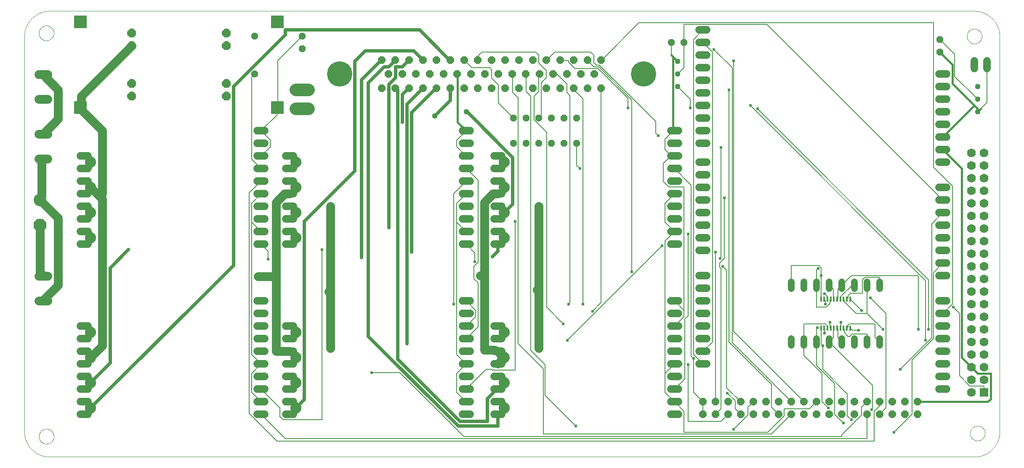
<source format=gbl>
G04 EAGLE Gerber RS-274X export*
G75*
%MOMM*%
%FSLAX34Y34*%
%LPD*%
%INBottom Copper*%
%IPPOS*%
%AMOC8*
5,1,8,0,0,1.08239X$1,22.5*%
G01*
%ADD10C,0.000000*%
%ADD11C,2.540000*%
%ADD12P,2.749271X8X292.500000*%
%ADD13P,1.429621X8X112.500000*%
%ADD14P,1.649562X8X202.500000*%
%ADD15C,5.080000*%
%ADD16C,1.790700*%
%ADD17C,1.524000*%
%ADD18P,1.649562X8X22.500000*%
%ADD19R,1.778000X1.778000*%
%ADD20C,1.778000*%
%ADD21R,0.304800X0.990600*%
%ADD22C,1.117600*%
%ADD23P,1.429621X8X292.500000*%
%ADD24C,1.320800*%
%ADD25C,2.552700*%
%ADD26P,1.924489X8X22.500000*%
%ADD27R,2.500000X2.500000*%
%ADD28C,2.250000*%
%ADD29P,1.429621X8X202.500000*%
%ADD30C,1.778000*%
%ADD31C,0.609600*%
%ADD32C,0.406400*%
%ADD33C,0.203200*%
%ADD34C,0.635000*%
%ADD35C,1.125000*%
%ADD36C,0.152400*%


D10*
X51000Y-3050D02*
X1911350Y-3050D01*
X1912578Y-3035D01*
X1913804Y-2991D01*
X1915030Y-2917D01*
X1916253Y-2813D01*
X1917473Y-2680D01*
X1918690Y-2517D01*
X1919903Y-2325D01*
X1921110Y-2104D01*
X1922312Y-1853D01*
X1923507Y-1574D01*
X1924696Y-1266D01*
X1925876Y-929D01*
X1927048Y-564D01*
X1928211Y-170D01*
X1929364Y251D01*
X1930506Y700D01*
X1931638Y1177D01*
X1932757Y1681D01*
X1933864Y2212D01*
X1934958Y2769D01*
X1936038Y3352D01*
X1937104Y3962D01*
X1938154Y4597D01*
X1939189Y5257D01*
X1940208Y5942D01*
X1941209Y6652D01*
X1942194Y7385D01*
X1943160Y8143D01*
X1944108Y8923D01*
X1945037Y9726D01*
X1945946Y10551D01*
X1946834Y11398D01*
X1947702Y12266D01*
X1948549Y13154D01*
X1949374Y14063D01*
X1950177Y14992D01*
X1950957Y15940D01*
X1951715Y16906D01*
X1952448Y17891D01*
X1953158Y18892D01*
X1953843Y19911D01*
X1954503Y20946D01*
X1955138Y21996D01*
X1955748Y23062D01*
X1956331Y24142D01*
X1956888Y25236D01*
X1957419Y26343D01*
X1957923Y27462D01*
X1958400Y28594D01*
X1958849Y29736D01*
X1959270Y30889D01*
X1959664Y32052D01*
X1960029Y33224D01*
X1960366Y34404D01*
X1960674Y35593D01*
X1960953Y36788D01*
X1961204Y37990D01*
X1961425Y39197D01*
X1961617Y40410D01*
X1961780Y41627D01*
X1961913Y42847D01*
X1962017Y44070D01*
X1962091Y45296D01*
X1962135Y46522D01*
X1962150Y47750D01*
X1962150Y844550D01*
X1962135Y845778D01*
X1962091Y847004D01*
X1962017Y848230D01*
X1961913Y849453D01*
X1961780Y850673D01*
X1961617Y851890D01*
X1961425Y853103D01*
X1961204Y854310D01*
X1960953Y855512D01*
X1960674Y856707D01*
X1960366Y857896D01*
X1960029Y859076D01*
X1959664Y860248D01*
X1959270Y861411D01*
X1958849Y862564D01*
X1958400Y863706D01*
X1957923Y864838D01*
X1957419Y865957D01*
X1956888Y867064D01*
X1956331Y868158D01*
X1955748Y869238D01*
X1955138Y870304D01*
X1954503Y871354D01*
X1953843Y872389D01*
X1953158Y873408D01*
X1952448Y874409D01*
X1951715Y875394D01*
X1950957Y876360D01*
X1950177Y877308D01*
X1949374Y878237D01*
X1948549Y879146D01*
X1947702Y880034D01*
X1946834Y880902D01*
X1945946Y881749D01*
X1945037Y882574D01*
X1944108Y883377D01*
X1943160Y884157D01*
X1942194Y884915D01*
X1941209Y885648D01*
X1940208Y886358D01*
X1939189Y887043D01*
X1938154Y887703D01*
X1937104Y888338D01*
X1936038Y888948D01*
X1934958Y889531D01*
X1933864Y890088D01*
X1932757Y890619D01*
X1931638Y891123D01*
X1930506Y891600D01*
X1929364Y892049D01*
X1928211Y892470D01*
X1927048Y892864D01*
X1925876Y893229D01*
X1924696Y893566D01*
X1923507Y893874D01*
X1922312Y894153D01*
X1921110Y894404D01*
X1919903Y894625D01*
X1918690Y894817D01*
X1917473Y894980D01*
X1916253Y895113D01*
X1915030Y895217D01*
X1913804Y895291D01*
X1912578Y895335D01*
X1911350Y895350D01*
X51000Y895350D01*
X49772Y895335D01*
X48546Y895291D01*
X47320Y895217D01*
X46097Y895113D01*
X44877Y894980D01*
X43660Y894817D01*
X42447Y894625D01*
X41240Y894404D01*
X40038Y894153D01*
X38843Y893874D01*
X37654Y893566D01*
X36474Y893229D01*
X35302Y892864D01*
X34139Y892470D01*
X32986Y892049D01*
X31844Y891600D01*
X30712Y891123D01*
X29593Y890619D01*
X28486Y890088D01*
X27392Y889531D01*
X26312Y888948D01*
X25246Y888338D01*
X24196Y887703D01*
X23161Y887043D01*
X22142Y886358D01*
X21141Y885648D01*
X20156Y884915D01*
X19190Y884157D01*
X18242Y883377D01*
X17313Y882574D01*
X16404Y881749D01*
X15516Y880902D01*
X14648Y880034D01*
X13801Y879146D01*
X12976Y878237D01*
X12173Y877308D01*
X11393Y876360D01*
X10635Y875394D01*
X9902Y874409D01*
X9192Y873408D01*
X8507Y872389D01*
X7847Y871354D01*
X7212Y870304D01*
X6602Y869238D01*
X6019Y868158D01*
X5462Y867064D01*
X4931Y865957D01*
X4427Y864838D01*
X3950Y863706D01*
X3501Y862564D01*
X3080Y861411D01*
X2686Y860248D01*
X2321Y859076D01*
X1984Y857896D01*
X1676Y856707D01*
X1397Y855512D01*
X1146Y854310D01*
X925Y853103D01*
X733Y851890D01*
X570Y850673D01*
X437Y849453D01*
X333Y848230D01*
X259Y847004D01*
X215Y845778D01*
X200Y844550D01*
X200Y47750D01*
X215Y46522D01*
X259Y45296D01*
X333Y44070D01*
X437Y42847D01*
X570Y41627D01*
X733Y40410D01*
X925Y39197D01*
X1146Y37990D01*
X1397Y36788D01*
X1676Y35593D01*
X1984Y34404D01*
X2321Y33224D01*
X2686Y32052D01*
X3080Y30889D01*
X3501Y29736D01*
X3950Y28594D01*
X4427Y27462D01*
X4931Y26343D01*
X5462Y25236D01*
X6019Y24142D01*
X6602Y23062D01*
X7212Y21996D01*
X7847Y20946D01*
X8507Y19911D01*
X9192Y18892D01*
X9902Y17891D01*
X10635Y16906D01*
X11393Y15940D01*
X12173Y14992D01*
X12976Y14063D01*
X13801Y13154D01*
X14648Y12266D01*
X15516Y11398D01*
X16404Y10551D01*
X17313Y9726D01*
X18242Y8923D01*
X19190Y8143D01*
X20156Y7385D01*
X21141Y6652D01*
X22142Y5942D01*
X23161Y5257D01*
X24196Y4597D01*
X25246Y3962D01*
X26312Y3352D01*
X27392Y2769D01*
X28486Y2212D01*
X29593Y1681D01*
X30712Y1177D01*
X31844Y700D01*
X32986Y251D01*
X34139Y-170D01*
X35302Y-564D01*
X36474Y-929D01*
X37654Y-1266D01*
X38843Y-1574D01*
X40038Y-1853D01*
X41240Y-2104D01*
X42447Y-2325D01*
X43660Y-2517D01*
X44877Y-2680D01*
X46097Y-2813D01*
X47320Y-2917D01*
X48546Y-2991D01*
X49772Y-3035D01*
X51000Y-3050D01*
D11*
X31750Y514350D03*
D12*
X31750Y463550D03*
D13*
X984250Y628650D03*
X984250Y679450D03*
X1009650Y628650D03*
X1009650Y679450D03*
X1035050Y628650D03*
X1035050Y679450D03*
X1085850Y628650D03*
X1085850Y679450D03*
X1060450Y628650D03*
X1060450Y679450D03*
X1111250Y628650D03*
X1111250Y679450D03*
D14*
X1160526Y796798D03*
X1133094Y796798D03*
X1105408Y796798D03*
X1077722Y796798D03*
X1050290Y796798D03*
X1022604Y796798D03*
X994918Y796798D03*
X967486Y796798D03*
X939800Y796798D03*
X912114Y796798D03*
X884682Y796798D03*
X856996Y796798D03*
X1146810Y768350D03*
X1119124Y768350D03*
X1091692Y768350D03*
X1064006Y768350D03*
X1036320Y768350D03*
X1008888Y768350D03*
X981202Y768350D03*
X953516Y768350D03*
X926084Y768350D03*
X898398Y768350D03*
X870712Y768350D03*
X829310Y796798D03*
X801878Y796798D03*
X774192Y796798D03*
X746506Y796798D03*
X843280Y768350D03*
X815594Y768350D03*
X787908Y768350D03*
X760476Y768350D03*
X719074Y796798D03*
X732790Y768350D03*
X1160526Y739902D03*
X1133094Y739902D03*
X1105408Y739902D03*
X1077722Y739902D03*
X1050290Y739902D03*
X1022604Y739902D03*
X994918Y739902D03*
X967486Y739902D03*
X939800Y739902D03*
X912114Y739902D03*
X884682Y739902D03*
X856996Y739902D03*
X829310Y739902D03*
X801878Y739902D03*
X774192Y739902D03*
X746506Y739902D03*
X719074Y739902D03*
D15*
X634238Y768350D03*
X1245362Y768350D03*
D16*
X47054Y597300D02*
X29147Y597300D01*
X29147Y647300D02*
X47054Y647300D01*
D17*
X1840230Y717550D02*
X1855470Y717550D01*
X1855470Y692150D02*
X1840230Y692150D01*
X1840230Y666750D02*
X1855470Y666750D01*
X1855470Y641350D02*
X1840230Y641350D01*
X1840230Y615950D02*
X1855470Y615950D01*
X1855470Y590550D02*
X1840230Y590550D01*
X1840230Y539750D02*
X1855470Y539750D01*
X1855470Y514350D02*
X1840230Y514350D01*
X1840230Y488950D02*
X1855470Y488950D01*
X1855470Y463550D02*
X1840230Y463550D01*
X1840230Y438150D02*
X1855470Y438150D01*
X1855470Y412750D02*
X1840230Y412750D01*
X1840230Y387350D02*
X1855470Y387350D01*
X1855470Y361950D02*
X1840230Y361950D01*
X1840230Y311150D02*
X1855470Y311150D01*
X1855470Y285750D02*
X1840230Y285750D01*
X1840230Y260350D02*
X1855470Y260350D01*
X1855470Y234950D02*
X1840230Y234950D01*
X1840230Y209550D02*
X1855470Y209550D01*
X1855470Y184150D02*
X1840230Y184150D01*
X1840230Y158750D02*
X1855470Y158750D01*
X1855470Y133350D02*
X1840230Y133350D01*
X1372870Y184150D02*
X1357630Y184150D01*
X1357630Y209550D02*
X1372870Y209550D01*
X1372870Y234950D02*
X1357630Y234950D01*
X1357630Y260350D02*
X1372870Y260350D01*
X1372870Y285750D02*
X1357630Y285750D01*
X1357630Y311150D02*
X1372870Y311150D01*
X1372870Y336550D02*
X1357630Y336550D01*
X1357630Y361950D02*
X1372870Y361950D01*
X1372870Y412750D02*
X1357630Y412750D01*
X1357630Y438150D02*
X1372870Y438150D01*
X1372870Y463550D02*
X1357630Y463550D01*
X1357630Y488950D02*
X1372870Y488950D01*
X1372870Y514350D02*
X1357630Y514350D01*
X1357630Y539750D02*
X1372870Y539750D01*
X1372870Y565150D02*
X1357630Y565150D01*
X1357630Y590550D02*
X1372870Y590550D01*
X1372870Y628650D02*
X1357630Y628650D01*
X1357630Y654050D02*
X1372870Y654050D01*
X1372870Y679450D02*
X1357630Y679450D01*
X1357630Y704850D02*
X1372870Y704850D01*
X1372870Y730250D02*
X1357630Y730250D01*
X1357630Y755650D02*
X1372870Y755650D01*
X1372870Y781050D02*
X1357630Y781050D01*
X1357630Y806450D02*
X1372870Y806450D01*
D18*
X1365250Y107950D03*
X1365250Y82550D03*
X1390650Y107950D03*
X1390650Y82550D03*
X1416050Y107950D03*
X1416050Y82550D03*
X1441450Y107950D03*
X1441450Y82550D03*
X1466850Y107950D03*
X1466850Y82550D03*
X1492250Y107950D03*
X1492250Y82550D03*
X1517650Y107950D03*
X1517650Y82550D03*
X1543050Y107950D03*
X1543050Y82550D03*
X1568450Y107950D03*
X1568450Y82550D03*
X1593850Y107950D03*
X1593850Y82550D03*
X1619250Y107950D03*
X1619250Y82550D03*
X1644650Y107950D03*
X1644650Y82550D03*
X1670050Y107950D03*
X1670050Y82550D03*
X1695450Y107950D03*
X1695450Y82550D03*
X1720850Y107950D03*
X1720850Y82550D03*
X1746250Y107950D03*
X1746250Y82550D03*
X1771650Y107950D03*
X1771650Y82550D03*
X1797050Y107950D03*
X1797050Y82550D03*
D17*
X1372870Y831850D02*
X1357630Y831850D01*
X1357630Y857250D02*
X1372870Y857250D01*
X1840230Y768350D02*
X1855470Y768350D01*
X1855470Y742950D02*
X1840230Y742950D01*
D19*
X1930400Y127000D03*
D20*
X1905000Y127000D03*
X1930400Y152400D03*
X1905000Y152400D03*
X1930400Y177800D03*
X1905000Y177800D03*
X1930400Y203200D03*
X1905000Y203200D03*
X1930400Y228600D03*
X1905000Y228600D03*
X1930400Y254000D03*
X1905000Y254000D03*
X1930400Y279400D03*
X1905000Y279400D03*
X1930400Y304800D03*
X1905000Y304800D03*
X1930400Y330200D03*
X1905000Y330200D03*
X1930400Y355600D03*
X1905000Y355600D03*
X1930400Y381000D03*
X1905000Y381000D03*
X1930400Y406400D03*
X1905000Y406400D03*
X1930400Y431800D03*
X1905000Y431800D03*
X1930400Y457200D03*
X1905000Y457200D03*
X1930400Y482600D03*
X1905000Y482600D03*
X1930400Y508000D03*
X1905000Y508000D03*
X1930400Y533400D03*
X1905000Y533400D03*
X1930400Y558800D03*
X1905000Y558800D03*
X1930400Y584200D03*
X1905000Y584200D03*
X1930400Y609600D03*
X1905000Y609600D03*
D21*
X1602700Y314928D03*
X1609200Y314928D03*
X1615700Y314928D03*
X1622200Y314928D03*
X1628700Y314928D03*
X1635200Y314928D03*
X1641700Y314928D03*
X1648200Y314928D03*
X1648200Y256572D03*
X1641700Y256572D03*
X1635200Y256572D03*
X1628700Y256572D03*
X1622200Y256572D03*
X1615700Y256572D03*
X1609200Y256572D03*
X1602700Y256572D03*
X1654700Y314928D03*
X1661200Y314928D03*
X1654700Y256572D03*
X1661200Y256572D03*
D10*
X29450Y38100D02*
X29455Y38468D01*
X29468Y38836D01*
X29491Y39203D01*
X29522Y39570D01*
X29563Y39936D01*
X29612Y40301D01*
X29671Y40664D01*
X29738Y41026D01*
X29814Y41387D01*
X29900Y41745D01*
X29993Y42101D01*
X30096Y42454D01*
X30207Y42805D01*
X30327Y43153D01*
X30455Y43498D01*
X30592Y43840D01*
X30737Y44179D01*
X30890Y44513D01*
X31052Y44844D01*
X31221Y45171D01*
X31399Y45493D01*
X31584Y45812D01*
X31777Y46125D01*
X31978Y46434D01*
X32186Y46737D01*
X32402Y47035D01*
X32625Y47328D01*
X32855Y47616D01*
X33092Y47898D01*
X33336Y48173D01*
X33586Y48443D01*
X33843Y48707D01*
X34107Y48964D01*
X34377Y49214D01*
X34652Y49458D01*
X34934Y49695D01*
X35222Y49925D01*
X35515Y50148D01*
X35813Y50364D01*
X36116Y50572D01*
X36425Y50773D01*
X36738Y50966D01*
X37057Y51151D01*
X37379Y51329D01*
X37706Y51498D01*
X38037Y51660D01*
X38371Y51813D01*
X38710Y51958D01*
X39052Y52095D01*
X39397Y52223D01*
X39745Y52343D01*
X40096Y52454D01*
X40449Y52557D01*
X40805Y52650D01*
X41163Y52736D01*
X41524Y52812D01*
X41886Y52879D01*
X42249Y52938D01*
X42614Y52987D01*
X42980Y53028D01*
X43347Y53059D01*
X43714Y53082D01*
X44082Y53095D01*
X44450Y53100D01*
X44818Y53095D01*
X45186Y53082D01*
X45553Y53059D01*
X45920Y53028D01*
X46286Y52987D01*
X46651Y52938D01*
X47014Y52879D01*
X47376Y52812D01*
X47737Y52736D01*
X48095Y52650D01*
X48451Y52557D01*
X48804Y52454D01*
X49155Y52343D01*
X49503Y52223D01*
X49848Y52095D01*
X50190Y51958D01*
X50529Y51813D01*
X50863Y51660D01*
X51194Y51498D01*
X51521Y51329D01*
X51843Y51151D01*
X52162Y50966D01*
X52475Y50773D01*
X52784Y50572D01*
X53087Y50364D01*
X53385Y50148D01*
X53678Y49925D01*
X53966Y49695D01*
X54248Y49458D01*
X54523Y49214D01*
X54793Y48964D01*
X55057Y48707D01*
X55314Y48443D01*
X55564Y48173D01*
X55808Y47898D01*
X56045Y47616D01*
X56275Y47328D01*
X56498Y47035D01*
X56714Y46737D01*
X56922Y46434D01*
X57123Y46125D01*
X57316Y45812D01*
X57501Y45493D01*
X57679Y45171D01*
X57848Y44844D01*
X58010Y44513D01*
X58163Y44179D01*
X58308Y43840D01*
X58445Y43498D01*
X58573Y43153D01*
X58693Y42805D01*
X58804Y42454D01*
X58907Y42101D01*
X59000Y41745D01*
X59086Y41387D01*
X59162Y41026D01*
X59229Y40664D01*
X59288Y40301D01*
X59337Y39936D01*
X59378Y39570D01*
X59409Y39203D01*
X59432Y38836D01*
X59445Y38468D01*
X59450Y38100D01*
X59445Y37732D01*
X59432Y37364D01*
X59409Y36997D01*
X59378Y36630D01*
X59337Y36264D01*
X59288Y35899D01*
X59229Y35536D01*
X59162Y35174D01*
X59086Y34813D01*
X59000Y34455D01*
X58907Y34099D01*
X58804Y33746D01*
X58693Y33395D01*
X58573Y33047D01*
X58445Y32702D01*
X58308Y32360D01*
X58163Y32021D01*
X58010Y31687D01*
X57848Y31356D01*
X57679Y31029D01*
X57501Y30707D01*
X57316Y30388D01*
X57123Y30075D01*
X56922Y29766D01*
X56714Y29463D01*
X56498Y29165D01*
X56275Y28872D01*
X56045Y28584D01*
X55808Y28302D01*
X55564Y28027D01*
X55314Y27757D01*
X55057Y27493D01*
X54793Y27236D01*
X54523Y26986D01*
X54248Y26742D01*
X53966Y26505D01*
X53678Y26275D01*
X53385Y26052D01*
X53087Y25836D01*
X52784Y25628D01*
X52475Y25427D01*
X52162Y25234D01*
X51843Y25049D01*
X51521Y24871D01*
X51194Y24702D01*
X50863Y24540D01*
X50529Y24387D01*
X50190Y24242D01*
X49848Y24105D01*
X49503Y23977D01*
X49155Y23857D01*
X48804Y23746D01*
X48451Y23643D01*
X48095Y23550D01*
X47737Y23464D01*
X47376Y23388D01*
X47014Y23321D01*
X46651Y23262D01*
X46286Y23213D01*
X45920Y23172D01*
X45553Y23141D01*
X45186Y23118D01*
X44818Y23105D01*
X44450Y23100D01*
X44082Y23105D01*
X43714Y23118D01*
X43347Y23141D01*
X42980Y23172D01*
X42614Y23213D01*
X42249Y23262D01*
X41886Y23321D01*
X41524Y23388D01*
X41163Y23464D01*
X40805Y23550D01*
X40449Y23643D01*
X40096Y23746D01*
X39745Y23857D01*
X39397Y23977D01*
X39052Y24105D01*
X38710Y24242D01*
X38371Y24387D01*
X38037Y24540D01*
X37706Y24702D01*
X37379Y24871D01*
X37057Y25049D01*
X36738Y25234D01*
X36425Y25427D01*
X36116Y25628D01*
X35813Y25836D01*
X35515Y26052D01*
X35222Y26275D01*
X34934Y26505D01*
X34652Y26742D01*
X34377Y26986D01*
X34107Y27236D01*
X33843Y27493D01*
X33586Y27757D01*
X33336Y28027D01*
X33092Y28302D01*
X32855Y28584D01*
X32625Y28872D01*
X32402Y29165D01*
X32186Y29463D01*
X31978Y29766D01*
X31777Y30075D01*
X31584Y30388D01*
X31399Y30707D01*
X31221Y31029D01*
X31052Y31356D01*
X30890Y31687D01*
X30737Y32021D01*
X30592Y32360D01*
X30455Y32702D01*
X30327Y33047D01*
X30207Y33395D01*
X30096Y33746D01*
X29993Y34099D01*
X29900Y34455D01*
X29814Y34813D01*
X29738Y35174D01*
X29671Y35536D01*
X29612Y35899D01*
X29563Y36264D01*
X29522Y36630D01*
X29491Y36997D01*
X29468Y37364D01*
X29455Y37732D01*
X29450Y38100D01*
X29450Y850900D02*
X29455Y851268D01*
X29468Y851636D01*
X29491Y852003D01*
X29522Y852370D01*
X29563Y852736D01*
X29612Y853101D01*
X29671Y853464D01*
X29738Y853826D01*
X29814Y854187D01*
X29900Y854545D01*
X29993Y854901D01*
X30096Y855254D01*
X30207Y855605D01*
X30327Y855953D01*
X30455Y856298D01*
X30592Y856640D01*
X30737Y856979D01*
X30890Y857313D01*
X31052Y857644D01*
X31221Y857971D01*
X31399Y858293D01*
X31584Y858612D01*
X31777Y858925D01*
X31978Y859234D01*
X32186Y859537D01*
X32402Y859835D01*
X32625Y860128D01*
X32855Y860416D01*
X33092Y860698D01*
X33336Y860973D01*
X33586Y861243D01*
X33843Y861507D01*
X34107Y861764D01*
X34377Y862014D01*
X34652Y862258D01*
X34934Y862495D01*
X35222Y862725D01*
X35515Y862948D01*
X35813Y863164D01*
X36116Y863372D01*
X36425Y863573D01*
X36738Y863766D01*
X37057Y863951D01*
X37379Y864129D01*
X37706Y864298D01*
X38037Y864460D01*
X38371Y864613D01*
X38710Y864758D01*
X39052Y864895D01*
X39397Y865023D01*
X39745Y865143D01*
X40096Y865254D01*
X40449Y865357D01*
X40805Y865450D01*
X41163Y865536D01*
X41524Y865612D01*
X41886Y865679D01*
X42249Y865738D01*
X42614Y865787D01*
X42980Y865828D01*
X43347Y865859D01*
X43714Y865882D01*
X44082Y865895D01*
X44450Y865900D01*
X44818Y865895D01*
X45186Y865882D01*
X45553Y865859D01*
X45920Y865828D01*
X46286Y865787D01*
X46651Y865738D01*
X47014Y865679D01*
X47376Y865612D01*
X47737Y865536D01*
X48095Y865450D01*
X48451Y865357D01*
X48804Y865254D01*
X49155Y865143D01*
X49503Y865023D01*
X49848Y864895D01*
X50190Y864758D01*
X50529Y864613D01*
X50863Y864460D01*
X51194Y864298D01*
X51521Y864129D01*
X51843Y863951D01*
X52162Y863766D01*
X52475Y863573D01*
X52784Y863372D01*
X53087Y863164D01*
X53385Y862948D01*
X53678Y862725D01*
X53966Y862495D01*
X54248Y862258D01*
X54523Y862014D01*
X54793Y861764D01*
X55057Y861507D01*
X55314Y861243D01*
X55564Y860973D01*
X55808Y860698D01*
X56045Y860416D01*
X56275Y860128D01*
X56498Y859835D01*
X56714Y859537D01*
X56922Y859234D01*
X57123Y858925D01*
X57316Y858612D01*
X57501Y858293D01*
X57679Y857971D01*
X57848Y857644D01*
X58010Y857313D01*
X58163Y856979D01*
X58308Y856640D01*
X58445Y856298D01*
X58573Y855953D01*
X58693Y855605D01*
X58804Y855254D01*
X58907Y854901D01*
X59000Y854545D01*
X59086Y854187D01*
X59162Y853826D01*
X59229Y853464D01*
X59288Y853101D01*
X59337Y852736D01*
X59378Y852370D01*
X59409Y852003D01*
X59432Y851636D01*
X59445Y851268D01*
X59450Y850900D01*
X59445Y850532D01*
X59432Y850164D01*
X59409Y849797D01*
X59378Y849430D01*
X59337Y849064D01*
X59288Y848699D01*
X59229Y848336D01*
X59162Y847974D01*
X59086Y847613D01*
X59000Y847255D01*
X58907Y846899D01*
X58804Y846546D01*
X58693Y846195D01*
X58573Y845847D01*
X58445Y845502D01*
X58308Y845160D01*
X58163Y844821D01*
X58010Y844487D01*
X57848Y844156D01*
X57679Y843829D01*
X57501Y843507D01*
X57316Y843188D01*
X57123Y842875D01*
X56922Y842566D01*
X56714Y842263D01*
X56498Y841965D01*
X56275Y841672D01*
X56045Y841384D01*
X55808Y841102D01*
X55564Y840827D01*
X55314Y840557D01*
X55057Y840293D01*
X54793Y840036D01*
X54523Y839786D01*
X54248Y839542D01*
X53966Y839305D01*
X53678Y839075D01*
X53385Y838852D01*
X53087Y838636D01*
X52784Y838428D01*
X52475Y838227D01*
X52162Y838034D01*
X51843Y837849D01*
X51521Y837671D01*
X51194Y837502D01*
X50863Y837340D01*
X50529Y837187D01*
X50190Y837042D01*
X49848Y836905D01*
X49503Y836777D01*
X49155Y836657D01*
X48804Y836546D01*
X48451Y836443D01*
X48095Y836350D01*
X47737Y836264D01*
X47376Y836188D01*
X47014Y836121D01*
X46651Y836062D01*
X46286Y836013D01*
X45920Y835972D01*
X45553Y835941D01*
X45186Y835918D01*
X44818Y835905D01*
X44450Y835900D01*
X44082Y835905D01*
X43714Y835918D01*
X43347Y835941D01*
X42980Y835972D01*
X42614Y836013D01*
X42249Y836062D01*
X41886Y836121D01*
X41524Y836188D01*
X41163Y836264D01*
X40805Y836350D01*
X40449Y836443D01*
X40096Y836546D01*
X39745Y836657D01*
X39397Y836777D01*
X39052Y836905D01*
X38710Y837042D01*
X38371Y837187D01*
X38037Y837340D01*
X37706Y837502D01*
X37379Y837671D01*
X37057Y837849D01*
X36738Y838034D01*
X36425Y838227D01*
X36116Y838428D01*
X35813Y838636D01*
X35515Y838852D01*
X35222Y839075D01*
X34934Y839305D01*
X34652Y839542D01*
X34377Y839786D01*
X34107Y840036D01*
X33843Y840293D01*
X33586Y840557D01*
X33336Y840827D01*
X33092Y841102D01*
X32855Y841384D01*
X32625Y841672D01*
X32402Y841965D01*
X32186Y842263D01*
X31978Y842566D01*
X31777Y842875D01*
X31584Y843188D01*
X31399Y843507D01*
X31221Y843829D01*
X31052Y844156D01*
X30890Y844487D01*
X30737Y844821D01*
X30592Y845160D01*
X30455Y845502D01*
X30327Y845847D01*
X30207Y846195D01*
X30096Y846546D01*
X29993Y846899D01*
X29900Y847255D01*
X29814Y847613D01*
X29738Y847974D01*
X29671Y848336D01*
X29612Y848699D01*
X29563Y849064D01*
X29522Y849430D01*
X29491Y849797D01*
X29468Y850164D01*
X29455Y850532D01*
X29450Y850900D01*
X1896350Y844550D02*
X1896355Y844918D01*
X1896368Y845286D01*
X1896391Y845653D01*
X1896422Y846020D01*
X1896463Y846386D01*
X1896512Y846751D01*
X1896571Y847114D01*
X1896638Y847476D01*
X1896714Y847837D01*
X1896800Y848195D01*
X1896893Y848551D01*
X1896996Y848904D01*
X1897107Y849255D01*
X1897227Y849603D01*
X1897355Y849948D01*
X1897492Y850290D01*
X1897637Y850629D01*
X1897790Y850963D01*
X1897952Y851294D01*
X1898121Y851621D01*
X1898299Y851943D01*
X1898484Y852262D01*
X1898677Y852575D01*
X1898878Y852884D01*
X1899086Y853187D01*
X1899302Y853485D01*
X1899525Y853778D01*
X1899755Y854066D01*
X1899992Y854348D01*
X1900236Y854623D01*
X1900486Y854893D01*
X1900743Y855157D01*
X1901007Y855414D01*
X1901277Y855664D01*
X1901552Y855908D01*
X1901834Y856145D01*
X1902122Y856375D01*
X1902415Y856598D01*
X1902713Y856814D01*
X1903016Y857022D01*
X1903325Y857223D01*
X1903638Y857416D01*
X1903957Y857601D01*
X1904279Y857779D01*
X1904606Y857948D01*
X1904937Y858110D01*
X1905271Y858263D01*
X1905610Y858408D01*
X1905952Y858545D01*
X1906297Y858673D01*
X1906645Y858793D01*
X1906996Y858904D01*
X1907349Y859007D01*
X1907705Y859100D01*
X1908063Y859186D01*
X1908424Y859262D01*
X1908786Y859329D01*
X1909149Y859388D01*
X1909514Y859437D01*
X1909880Y859478D01*
X1910247Y859509D01*
X1910614Y859532D01*
X1910982Y859545D01*
X1911350Y859550D01*
X1911718Y859545D01*
X1912086Y859532D01*
X1912453Y859509D01*
X1912820Y859478D01*
X1913186Y859437D01*
X1913551Y859388D01*
X1913914Y859329D01*
X1914276Y859262D01*
X1914637Y859186D01*
X1914995Y859100D01*
X1915351Y859007D01*
X1915704Y858904D01*
X1916055Y858793D01*
X1916403Y858673D01*
X1916748Y858545D01*
X1917090Y858408D01*
X1917429Y858263D01*
X1917763Y858110D01*
X1918094Y857948D01*
X1918421Y857779D01*
X1918743Y857601D01*
X1919062Y857416D01*
X1919375Y857223D01*
X1919684Y857022D01*
X1919987Y856814D01*
X1920285Y856598D01*
X1920578Y856375D01*
X1920866Y856145D01*
X1921148Y855908D01*
X1921423Y855664D01*
X1921693Y855414D01*
X1921957Y855157D01*
X1922214Y854893D01*
X1922464Y854623D01*
X1922708Y854348D01*
X1922945Y854066D01*
X1923175Y853778D01*
X1923398Y853485D01*
X1923614Y853187D01*
X1923822Y852884D01*
X1924023Y852575D01*
X1924216Y852262D01*
X1924401Y851943D01*
X1924579Y851621D01*
X1924748Y851294D01*
X1924910Y850963D01*
X1925063Y850629D01*
X1925208Y850290D01*
X1925345Y849948D01*
X1925473Y849603D01*
X1925593Y849255D01*
X1925704Y848904D01*
X1925807Y848551D01*
X1925900Y848195D01*
X1925986Y847837D01*
X1926062Y847476D01*
X1926129Y847114D01*
X1926188Y846751D01*
X1926237Y846386D01*
X1926278Y846020D01*
X1926309Y845653D01*
X1926332Y845286D01*
X1926345Y844918D01*
X1926350Y844550D01*
X1926345Y844182D01*
X1926332Y843814D01*
X1926309Y843447D01*
X1926278Y843080D01*
X1926237Y842714D01*
X1926188Y842349D01*
X1926129Y841986D01*
X1926062Y841624D01*
X1925986Y841263D01*
X1925900Y840905D01*
X1925807Y840549D01*
X1925704Y840196D01*
X1925593Y839845D01*
X1925473Y839497D01*
X1925345Y839152D01*
X1925208Y838810D01*
X1925063Y838471D01*
X1924910Y838137D01*
X1924748Y837806D01*
X1924579Y837479D01*
X1924401Y837157D01*
X1924216Y836838D01*
X1924023Y836525D01*
X1923822Y836216D01*
X1923614Y835913D01*
X1923398Y835615D01*
X1923175Y835322D01*
X1922945Y835034D01*
X1922708Y834752D01*
X1922464Y834477D01*
X1922214Y834207D01*
X1921957Y833943D01*
X1921693Y833686D01*
X1921423Y833436D01*
X1921148Y833192D01*
X1920866Y832955D01*
X1920578Y832725D01*
X1920285Y832502D01*
X1919987Y832286D01*
X1919684Y832078D01*
X1919375Y831877D01*
X1919062Y831684D01*
X1918743Y831499D01*
X1918421Y831321D01*
X1918094Y831152D01*
X1917763Y830990D01*
X1917429Y830837D01*
X1917090Y830692D01*
X1916748Y830555D01*
X1916403Y830427D01*
X1916055Y830307D01*
X1915704Y830196D01*
X1915351Y830093D01*
X1914995Y830000D01*
X1914637Y829914D01*
X1914276Y829838D01*
X1913914Y829771D01*
X1913551Y829712D01*
X1913186Y829663D01*
X1912820Y829622D01*
X1912453Y829591D01*
X1912086Y829568D01*
X1911718Y829555D01*
X1911350Y829550D01*
X1910982Y829555D01*
X1910614Y829568D01*
X1910247Y829591D01*
X1909880Y829622D01*
X1909514Y829663D01*
X1909149Y829712D01*
X1908786Y829771D01*
X1908424Y829838D01*
X1908063Y829914D01*
X1907705Y830000D01*
X1907349Y830093D01*
X1906996Y830196D01*
X1906645Y830307D01*
X1906297Y830427D01*
X1905952Y830555D01*
X1905610Y830692D01*
X1905271Y830837D01*
X1904937Y830990D01*
X1904606Y831152D01*
X1904279Y831321D01*
X1903957Y831499D01*
X1903638Y831684D01*
X1903325Y831877D01*
X1903016Y832078D01*
X1902713Y832286D01*
X1902415Y832502D01*
X1902122Y832725D01*
X1901834Y832955D01*
X1901552Y833192D01*
X1901277Y833436D01*
X1901007Y833686D01*
X1900743Y833943D01*
X1900486Y834207D01*
X1900236Y834477D01*
X1899992Y834752D01*
X1899755Y835034D01*
X1899525Y835322D01*
X1899302Y835615D01*
X1899086Y835913D01*
X1898878Y836216D01*
X1898677Y836525D01*
X1898484Y836838D01*
X1898299Y837157D01*
X1898121Y837479D01*
X1897952Y837806D01*
X1897790Y838137D01*
X1897637Y838471D01*
X1897492Y838810D01*
X1897355Y839152D01*
X1897227Y839497D01*
X1897107Y839845D01*
X1896996Y840196D01*
X1896893Y840549D01*
X1896800Y840905D01*
X1896714Y841263D01*
X1896638Y841624D01*
X1896571Y841986D01*
X1896512Y842349D01*
X1896463Y842714D01*
X1896422Y843080D01*
X1896391Y843447D01*
X1896368Y843814D01*
X1896355Y844182D01*
X1896350Y844550D01*
D22*
X1917700Y742950D03*
X1917700Y717550D03*
X1917700Y692150D03*
D23*
X1841500Y838200D03*
X1841500Y812800D03*
D17*
X1911350Y795020D02*
X1911350Y779780D01*
X1936750Y779780D02*
X1936750Y795020D01*
D10*
X1902700Y44450D02*
X1902705Y44818D01*
X1902718Y45186D01*
X1902741Y45553D01*
X1902772Y45920D01*
X1902813Y46286D01*
X1902862Y46651D01*
X1902921Y47014D01*
X1902988Y47376D01*
X1903064Y47737D01*
X1903150Y48095D01*
X1903243Y48451D01*
X1903346Y48804D01*
X1903457Y49155D01*
X1903577Y49503D01*
X1903705Y49848D01*
X1903842Y50190D01*
X1903987Y50529D01*
X1904140Y50863D01*
X1904302Y51194D01*
X1904471Y51521D01*
X1904649Y51843D01*
X1904834Y52162D01*
X1905027Y52475D01*
X1905228Y52784D01*
X1905436Y53087D01*
X1905652Y53385D01*
X1905875Y53678D01*
X1906105Y53966D01*
X1906342Y54248D01*
X1906586Y54523D01*
X1906836Y54793D01*
X1907093Y55057D01*
X1907357Y55314D01*
X1907627Y55564D01*
X1907902Y55808D01*
X1908184Y56045D01*
X1908472Y56275D01*
X1908765Y56498D01*
X1909063Y56714D01*
X1909366Y56922D01*
X1909675Y57123D01*
X1909988Y57316D01*
X1910307Y57501D01*
X1910629Y57679D01*
X1910956Y57848D01*
X1911287Y58010D01*
X1911621Y58163D01*
X1911960Y58308D01*
X1912302Y58445D01*
X1912647Y58573D01*
X1912995Y58693D01*
X1913346Y58804D01*
X1913699Y58907D01*
X1914055Y59000D01*
X1914413Y59086D01*
X1914774Y59162D01*
X1915136Y59229D01*
X1915499Y59288D01*
X1915864Y59337D01*
X1916230Y59378D01*
X1916597Y59409D01*
X1916964Y59432D01*
X1917332Y59445D01*
X1917700Y59450D01*
X1918068Y59445D01*
X1918436Y59432D01*
X1918803Y59409D01*
X1919170Y59378D01*
X1919536Y59337D01*
X1919901Y59288D01*
X1920264Y59229D01*
X1920626Y59162D01*
X1920987Y59086D01*
X1921345Y59000D01*
X1921701Y58907D01*
X1922054Y58804D01*
X1922405Y58693D01*
X1922753Y58573D01*
X1923098Y58445D01*
X1923440Y58308D01*
X1923779Y58163D01*
X1924113Y58010D01*
X1924444Y57848D01*
X1924771Y57679D01*
X1925093Y57501D01*
X1925412Y57316D01*
X1925725Y57123D01*
X1926034Y56922D01*
X1926337Y56714D01*
X1926635Y56498D01*
X1926928Y56275D01*
X1927216Y56045D01*
X1927498Y55808D01*
X1927773Y55564D01*
X1928043Y55314D01*
X1928307Y55057D01*
X1928564Y54793D01*
X1928814Y54523D01*
X1929058Y54248D01*
X1929295Y53966D01*
X1929525Y53678D01*
X1929748Y53385D01*
X1929964Y53087D01*
X1930172Y52784D01*
X1930373Y52475D01*
X1930566Y52162D01*
X1930751Y51843D01*
X1930929Y51521D01*
X1931098Y51194D01*
X1931260Y50863D01*
X1931413Y50529D01*
X1931558Y50190D01*
X1931695Y49848D01*
X1931823Y49503D01*
X1931943Y49155D01*
X1932054Y48804D01*
X1932157Y48451D01*
X1932250Y48095D01*
X1932336Y47737D01*
X1932412Y47376D01*
X1932479Y47014D01*
X1932538Y46651D01*
X1932587Y46286D01*
X1932628Y45920D01*
X1932659Y45553D01*
X1932682Y45186D01*
X1932695Y44818D01*
X1932700Y44450D01*
X1932695Y44082D01*
X1932682Y43714D01*
X1932659Y43347D01*
X1932628Y42980D01*
X1932587Y42614D01*
X1932538Y42249D01*
X1932479Y41886D01*
X1932412Y41524D01*
X1932336Y41163D01*
X1932250Y40805D01*
X1932157Y40449D01*
X1932054Y40096D01*
X1931943Y39745D01*
X1931823Y39397D01*
X1931695Y39052D01*
X1931558Y38710D01*
X1931413Y38371D01*
X1931260Y38037D01*
X1931098Y37706D01*
X1930929Y37379D01*
X1930751Y37057D01*
X1930566Y36738D01*
X1930373Y36425D01*
X1930172Y36116D01*
X1929964Y35813D01*
X1929748Y35515D01*
X1929525Y35222D01*
X1929295Y34934D01*
X1929058Y34652D01*
X1928814Y34377D01*
X1928564Y34107D01*
X1928307Y33843D01*
X1928043Y33586D01*
X1927773Y33336D01*
X1927498Y33092D01*
X1927216Y32855D01*
X1926928Y32625D01*
X1926635Y32402D01*
X1926337Y32186D01*
X1926034Y31978D01*
X1925725Y31777D01*
X1925412Y31584D01*
X1925093Y31399D01*
X1924771Y31221D01*
X1924444Y31052D01*
X1924113Y30890D01*
X1923779Y30737D01*
X1923440Y30592D01*
X1923098Y30455D01*
X1922753Y30327D01*
X1922405Y30207D01*
X1922054Y30096D01*
X1921701Y29993D01*
X1921345Y29900D01*
X1920987Y29814D01*
X1920626Y29738D01*
X1920264Y29671D01*
X1919901Y29612D01*
X1919536Y29563D01*
X1919170Y29522D01*
X1918803Y29491D01*
X1918436Y29468D01*
X1918068Y29455D01*
X1917700Y29450D01*
X1917332Y29455D01*
X1916964Y29468D01*
X1916597Y29491D01*
X1916230Y29522D01*
X1915864Y29563D01*
X1915499Y29612D01*
X1915136Y29671D01*
X1914774Y29738D01*
X1914413Y29814D01*
X1914055Y29900D01*
X1913699Y29993D01*
X1913346Y30096D01*
X1912995Y30207D01*
X1912647Y30327D01*
X1912302Y30455D01*
X1911960Y30592D01*
X1911621Y30737D01*
X1911287Y30890D01*
X1910956Y31052D01*
X1910629Y31221D01*
X1910307Y31399D01*
X1909988Y31584D01*
X1909675Y31777D01*
X1909366Y31978D01*
X1909063Y32186D01*
X1908765Y32402D01*
X1908472Y32625D01*
X1908184Y32855D01*
X1907902Y33092D01*
X1907627Y33336D01*
X1907357Y33586D01*
X1907093Y33843D01*
X1906836Y34107D01*
X1906586Y34377D01*
X1906342Y34652D01*
X1906105Y34934D01*
X1905875Y35222D01*
X1905652Y35515D01*
X1905436Y35813D01*
X1905228Y36116D01*
X1905027Y36425D01*
X1904834Y36738D01*
X1904649Y37057D01*
X1904471Y37379D01*
X1904302Y37706D01*
X1904140Y38037D01*
X1903987Y38371D01*
X1903842Y38710D01*
X1903705Y39052D01*
X1903577Y39397D01*
X1903457Y39745D01*
X1903346Y40096D01*
X1903243Y40449D01*
X1903150Y40805D01*
X1903064Y41163D01*
X1902988Y41524D01*
X1902921Y41886D01*
X1902862Y42249D01*
X1902813Y42614D01*
X1902772Y42980D01*
X1902741Y43347D01*
X1902718Y43714D01*
X1902705Y44082D01*
X1902700Y44450D01*
D24*
X1543050Y336296D02*
X1543050Y349504D01*
X1568450Y349504D02*
X1568450Y336296D01*
X1593850Y336296D02*
X1593850Y349504D01*
X1619250Y349504D02*
X1619250Y336296D01*
X1644650Y336296D02*
X1644650Y349504D01*
X1670050Y349504D02*
X1670050Y336296D01*
X1695450Y336296D02*
X1695450Y349504D01*
X1720850Y349504D02*
X1720850Y336296D01*
D16*
X47054Y717950D02*
X29147Y717950D01*
X29147Y767950D02*
X47054Y767950D01*
D25*
X546037Y736600D02*
X571564Y736600D01*
X571564Y698500D02*
X546037Y698500D01*
D26*
X215900Y723900D03*
X215900Y749300D03*
X215900Y850900D03*
X215900Y825500D03*
X406400Y723900D03*
X406400Y749300D03*
X406400Y850900D03*
X406400Y825500D03*
D27*
X113030Y873760D03*
X113030Y701040D03*
X509270Y701040D03*
X509270Y873760D03*
D17*
X944880Y425450D02*
X960120Y425450D01*
X960120Y450850D02*
X944880Y450850D01*
X944880Y476250D02*
X960120Y476250D01*
X960120Y501650D02*
X944880Y501650D01*
X944880Y527050D02*
X960120Y527050D01*
X960120Y552450D02*
X944880Y552450D01*
X944880Y577850D02*
X960120Y577850D01*
X960120Y603250D02*
X944880Y603250D01*
X1300480Y425450D02*
X1315720Y425450D01*
X1315720Y450850D02*
X1300480Y450850D01*
X1300480Y476250D02*
X1315720Y476250D01*
X1315720Y501650D02*
X1300480Y501650D01*
X1300480Y527050D02*
X1315720Y527050D01*
X1315720Y552450D02*
X1300480Y552450D01*
X1300480Y577850D02*
X1315720Y577850D01*
X1315720Y603250D02*
X1300480Y603250D01*
X1300480Y628650D02*
X1315720Y628650D01*
X1315720Y654050D02*
X1300480Y654050D01*
D28*
X965200Y590550D03*
X965200Y539750D03*
X965200Y488950D03*
X965200Y438150D03*
D13*
X558800Y819150D03*
X558800Y844550D03*
D23*
X463550Y844550D03*
X463550Y768350D03*
D22*
X1314450Y742950D03*
X1314450Y768350D03*
X1314450Y793750D03*
D29*
X1327150Y831850D03*
X1301750Y831850D03*
D17*
X960120Y82550D02*
X944880Y82550D01*
X944880Y107950D02*
X960120Y107950D01*
X960120Y133350D02*
X944880Y133350D01*
X944880Y158750D02*
X960120Y158750D01*
X960120Y184150D02*
X944880Y184150D01*
X944880Y209550D02*
X960120Y209550D01*
X960120Y234950D02*
X944880Y234950D01*
X944880Y260350D02*
X960120Y260350D01*
X1300480Y82550D02*
X1315720Y82550D01*
X1315720Y107950D02*
X1300480Y107950D01*
X1300480Y133350D02*
X1315720Y133350D01*
X1315720Y158750D02*
X1300480Y158750D01*
X1300480Y184150D02*
X1315720Y184150D01*
X1315720Y209550D02*
X1300480Y209550D01*
X1300480Y234950D02*
X1315720Y234950D01*
X1315720Y260350D02*
X1300480Y260350D01*
X1300480Y285750D02*
X1315720Y285750D01*
X1315720Y311150D02*
X1300480Y311150D01*
D28*
X965200Y247650D03*
X965200Y196850D03*
X965200Y146050D03*
X965200Y95250D03*
D17*
X541020Y425450D02*
X525780Y425450D01*
X525780Y450850D02*
X541020Y450850D01*
X541020Y476250D02*
X525780Y476250D01*
X525780Y501650D02*
X541020Y501650D01*
X541020Y527050D02*
X525780Y527050D01*
X525780Y552450D02*
X541020Y552450D01*
X541020Y577850D02*
X525780Y577850D01*
X525780Y603250D02*
X541020Y603250D01*
X881380Y425450D02*
X896620Y425450D01*
X896620Y450850D02*
X881380Y450850D01*
X881380Y476250D02*
X896620Y476250D01*
X896620Y501650D02*
X881380Y501650D01*
X881380Y527050D02*
X896620Y527050D01*
X896620Y552450D02*
X881380Y552450D01*
X881380Y577850D02*
X896620Y577850D01*
X896620Y603250D02*
X881380Y603250D01*
X881380Y628650D02*
X896620Y628650D01*
X896620Y654050D02*
X881380Y654050D01*
D28*
X546100Y590550D03*
X546100Y539750D03*
X546100Y488950D03*
X546100Y438150D03*
D17*
X541020Y82550D02*
X525780Y82550D01*
X525780Y107950D02*
X541020Y107950D01*
X541020Y133350D02*
X525780Y133350D01*
X525780Y158750D02*
X541020Y158750D01*
X541020Y184150D02*
X525780Y184150D01*
X525780Y209550D02*
X541020Y209550D01*
X541020Y234950D02*
X525780Y234950D01*
X525780Y260350D02*
X541020Y260350D01*
X881380Y82550D02*
X896620Y82550D01*
X896620Y107950D02*
X881380Y107950D01*
X881380Y133350D02*
X896620Y133350D01*
X896620Y158750D02*
X881380Y158750D01*
X881380Y184150D02*
X896620Y184150D01*
X896620Y209550D02*
X881380Y209550D01*
X881380Y234950D02*
X896620Y234950D01*
X896620Y260350D02*
X881380Y260350D01*
X881380Y285750D02*
X896620Y285750D01*
X896620Y311150D02*
X881380Y311150D01*
D28*
X546100Y247650D03*
X546100Y196850D03*
X546100Y146050D03*
X546100Y95250D03*
D17*
X128270Y425450D02*
X113030Y425450D01*
X113030Y450850D02*
X128270Y450850D01*
X128270Y476250D02*
X113030Y476250D01*
X113030Y501650D02*
X128270Y501650D01*
X128270Y527050D02*
X113030Y527050D01*
X113030Y552450D02*
X128270Y552450D01*
X128270Y577850D02*
X113030Y577850D01*
X113030Y603250D02*
X128270Y603250D01*
X468630Y425450D02*
X483870Y425450D01*
X483870Y450850D02*
X468630Y450850D01*
X468630Y476250D02*
X483870Y476250D01*
X483870Y501650D02*
X468630Y501650D01*
X468630Y527050D02*
X483870Y527050D01*
X483870Y552450D02*
X468630Y552450D01*
X468630Y577850D02*
X483870Y577850D01*
X483870Y603250D02*
X468630Y603250D01*
X468630Y628650D02*
X483870Y628650D01*
X483870Y654050D02*
X468630Y654050D01*
D28*
X133350Y590550D03*
X133350Y539750D03*
X133350Y488950D03*
X133350Y438150D03*
D17*
X128270Y82550D02*
X113030Y82550D01*
X113030Y107950D02*
X128270Y107950D01*
X128270Y133350D02*
X113030Y133350D01*
X113030Y158750D02*
X128270Y158750D01*
X128270Y184150D02*
X113030Y184150D01*
X113030Y209550D02*
X128270Y209550D01*
X128270Y234950D02*
X113030Y234950D01*
X113030Y260350D02*
X128270Y260350D01*
X468630Y82550D02*
X483870Y82550D01*
X483870Y107950D02*
X468630Y107950D01*
X468630Y133350D02*
X483870Y133350D01*
X483870Y158750D02*
X468630Y158750D01*
X468630Y184150D02*
X483870Y184150D01*
X483870Y209550D02*
X468630Y209550D01*
X468630Y234950D02*
X483870Y234950D01*
X483870Y260350D02*
X468630Y260350D01*
X468630Y285750D02*
X483870Y285750D01*
X483870Y311150D02*
X468630Y311150D01*
D28*
X133350Y247650D03*
X133350Y196850D03*
X133350Y146050D03*
X133350Y95250D03*
D16*
X47054Y311550D02*
X29147Y311550D01*
X29147Y361550D02*
X47054Y361550D01*
D24*
X1720850Y235204D02*
X1720850Y221996D01*
X1695450Y221996D02*
X1695450Y235204D01*
X1670050Y235204D02*
X1670050Y221996D01*
X1644650Y221996D02*
X1644650Y235204D01*
X1619250Y235204D02*
X1619250Y221996D01*
X1593850Y221996D02*
X1593850Y235204D01*
X1568450Y235204D02*
X1568450Y221996D01*
X1543050Y221996D02*
X1543050Y235204D01*
D30*
X68263Y677863D02*
X38100Y647700D01*
X68263Y677863D02*
X68263Y736600D01*
X38100Y766763D01*
X38100Y647700D02*
X38100Y647300D01*
X38100Y766763D02*
X38100Y767950D01*
X952500Y184150D02*
X965200Y196850D01*
X958850Y203200D02*
X952500Y209550D01*
X958850Y203200D02*
X958850Y201613D01*
X965200Y196850D01*
X944563Y212725D02*
X925513Y212725D01*
X925513Y361950D02*
X925513Y509588D01*
X925513Y361950D02*
X925513Y212725D01*
X925513Y509588D02*
X942975Y527050D01*
X952500Y527050D01*
X944563Y212725D02*
X952500Y209550D01*
X533400Y209550D02*
X506413Y209550D01*
X506413Y360363D02*
X506413Y509588D01*
X506413Y360363D02*
X506413Y209550D01*
X506413Y509588D02*
X523875Y527050D01*
X533400Y527050D01*
X215900Y825500D02*
X114300Y723900D01*
X114300Y701675D01*
X113030Y701040D01*
X31750Y368300D02*
X38100Y361950D01*
X31750Y368300D02*
X31750Y463550D01*
X38100Y361950D02*
X38100Y361550D01*
X157163Y220663D02*
X133350Y196850D01*
X157163Y220663D02*
X157163Y515938D01*
X151606Y521494D02*
X133350Y539750D01*
X151606Y521494D02*
X157163Y515938D01*
X157163Y654050D02*
X117475Y693738D01*
X157163Y654050D02*
X157163Y527050D01*
X117475Y693738D02*
X113030Y701040D01*
X157163Y527050D02*
X151606Y521494D01*
X469900Y360363D02*
X506413Y360363D01*
X917575Y361950D02*
X925513Y361950D01*
D31*
X469900Y360363D03*
X917575Y361950D03*
D32*
X1905000Y177800D02*
X1917700Y165100D01*
X1944370Y165100D01*
X1944370Y113665D01*
X1938655Y107950D01*
X1797050Y107950D01*
D33*
X1924050Y698500D02*
X1936750Y711200D01*
D32*
X1924050Y698500D02*
X1917700Y692150D01*
D33*
X1936750Y711200D02*
X1936750Y787400D01*
D32*
X1866900Y787400D02*
X1841500Y812800D01*
X1866900Y787400D02*
X1866900Y749300D01*
X1911350Y704850D01*
X1847850Y641350D01*
X1885950Y196850D02*
X1905000Y177800D01*
X1885950Y196850D02*
X1885950Y577850D01*
X1847850Y615950D01*
D33*
X889000Y603250D02*
X869950Y622300D01*
X869950Y635000D01*
X889000Y654050D01*
D32*
X871538Y671513D01*
X871538Y768350D01*
X870712Y768350D01*
D33*
X495300Y622300D02*
X476250Y603250D01*
X495300Y622300D02*
X495300Y635000D01*
X476250Y654050D01*
X508000Y685800D01*
X508000Y700088D01*
X509270Y701040D01*
X509588Y795338D02*
X558800Y844550D01*
X509588Y795338D02*
X509588Y701675D01*
X509270Y701040D01*
X908050Y279400D02*
X889000Y260350D01*
X908050Y279400D02*
X908050Y292100D01*
X889000Y311150D01*
D32*
X1301750Y603250D02*
X1308100Y603250D01*
D33*
X1301750Y603250D02*
X1289050Y615950D01*
X1289050Y637540D01*
D32*
X1305560Y654050D02*
X1308100Y654050D01*
D33*
X1305560Y654050D02*
X1289050Y637540D01*
D32*
X1304925Y803275D02*
X1301750Y806450D01*
X1304925Y803275D02*
X1314450Y793750D01*
D33*
X1301750Y806450D02*
X1301750Y831850D01*
D32*
X1304925Y657225D02*
X1308100Y654050D01*
X1304925Y657225D02*
X1304925Y803275D01*
D33*
X1665360Y252413D02*
X1677988Y252413D01*
X1665360Y252413D02*
X1661200Y256572D01*
X1327150Y292100D02*
X1308100Y311150D01*
X1327150Y292100D02*
X1327150Y279400D01*
X1308100Y260350D01*
X1308100Y603250D02*
X1300480Y603250D01*
X1285240Y588010D01*
X1285240Y551815D01*
X1296353Y540703D01*
X1327150Y540703D01*
X1327150Y292100D01*
D31*
X1677988Y252413D03*
D32*
X1917700Y698500D02*
X1911350Y704850D01*
X1917700Y698500D02*
X1917700Y692150D01*
D33*
X1365250Y107950D02*
X1365250Y82550D01*
X1609725Y246063D02*
X1609725Y255588D01*
X1609200Y256572D01*
X1365250Y107950D02*
X1346200Y127000D01*
X1346200Y195263D01*
X476250Y577850D02*
X457200Y596900D01*
X457200Y762000D01*
X463550Y768350D01*
X1111250Y584200D02*
X1117600Y577850D01*
X1111250Y584200D02*
X1111250Y628650D01*
X912813Y258763D02*
X889000Y234950D01*
X912813Y258763D02*
X912813Y347663D01*
X904875Y355600D01*
X904875Y381000D01*
X912813Y388938D01*
X912813Y554038D01*
X889000Y577850D01*
X1341438Y200025D02*
X1346200Y195263D01*
X1341438Y200025D02*
X1341438Y544513D01*
X1308100Y577850D01*
D31*
X1609725Y246063D03*
X1346200Y195263D03*
X1117600Y577850D03*
D34*
X717550Y795338D02*
X678815Y756603D01*
X678815Y398780D01*
X941388Y400050D02*
X952500Y411163D01*
X952500Y425450D01*
X717550Y795338D02*
X719074Y796798D01*
D31*
X678815Y398780D03*
X941388Y400050D03*
D34*
X982663Y506413D02*
X982663Y600075D01*
X982663Y506413D02*
X965200Y488950D01*
X952500Y476250D01*
X965200Y488950D02*
X952500Y501650D01*
X890588Y692150D02*
X889000Y692150D01*
D35*
X889000Y692150D03*
D34*
X890588Y692150D02*
X982663Y600075D01*
X746125Y795338D02*
X733425Y782638D01*
X723900Y782638D01*
X692150Y750888D01*
X692150Y239713D01*
X873125Y58738D01*
X952500Y58738D01*
X952500Y82550D01*
X746125Y795338D02*
X746506Y796798D01*
X747713Y739775D02*
X750888Y736600D01*
X750888Y193675D01*
X876300Y68263D01*
X931863Y68263D01*
X931863Y114300D01*
X950913Y133350D01*
X952500Y133350D01*
X747713Y739775D02*
X746506Y739902D01*
X965200Y146050D02*
X952500Y133350D01*
X760413Y727075D02*
X773113Y739775D01*
X760413Y727075D02*
X760413Y671513D01*
X773113Y739775D02*
X774192Y739902D01*
D31*
X760413Y671513D03*
D34*
X769938Y708025D02*
X801688Y739775D01*
X769938Y708025D02*
X769938Y225425D01*
X801688Y739775D02*
X801878Y739902D01*
D31*
X769938Y225425D03*
D34*
X779463Y690563D02*
X828675Y739775D01*
X779463Y690563D02*
X779463Y409575D01*
X828675Y739775D02*
X829310Y739902D01*
D31*
X779463Y409575D03*
D34*
X209550Y414338D02*
X173038Y377825D01*
X173038Y185738D01*
X133350Y146050D01*
D31*
X209550Y414338D03*
D35*
X825500Y684213D03*
D34*
X856996Y715709D01*
X856996Y739902D01*
X773113Y795338D02*
X760413Y782638D01*
X747395Y782638D01*
X747395Y761365D01*
X733425Y747395D01*
X733425Y458788D01*
X773113Y795338D02*
X774192Y796798D01*
D31*
X733425Y458788D03*
D34*
X801688Y796925D02*
X783590Y815023D01*
X665163Y793750D02*
X665163Y573088D01*
X563563Y471488D01*
X563563Y112713D01*
X546100Y95250D01*
X801878Y796798D02*
X801688Y796925D01*
X686435Y815023D02*
X665163Y793750D01*
X686435Y815023D02*
X783590Y815023D01*
X795338Y857250D02*
X855663Y796925D01*
X795338Y857250D02*
X525463Y857250D01*
X525463Y847725D01*
X420688Y742950D01*
X420688Y382588D01*
X133350Y95250D01*
X855663Y796925D02*
X856996Y796798D01*
D36*
X1162050Y796925D02*
X1236663Y871538D01*
X1828800Y871538D01*
X1828800Y581025D01*
X1866900Y542925D01*
X1866900Y304800D01*
X1847850Y285750D01*
X1162050Y796925D02*
X1160526Y796798D01*
X1146175Y782638D02*
X1133475Y795338D01*
X1146175Y782638D02*
X1155700Y782638D01*
X1222375Y715963D01*
X1222375Y369888D01*
X1133475Y795338D02*
X1133094Y796798D01*
D31*
X1222375Y369888D03*
D36*
X1460500Y704850D02*
X1812925Y352425D01*
X1812925Y231775D01*
D31*
X1460500Y704850D03*
X1812925Y231775D03*
D36*
X1160463Y307975D02*
X1160463Y739775D01*
X1160463Y307975D02*
X1143000Y290513D01*
X1160463Y739775D02*
X1160526Y739902D01*
D31*
X1143000Y290513D03*
D36*
X1474788Y698500D02*
X1819275Y354013D01*
X1819275Y254000D01*
D31*
X1474788Y698500D03*
X1819275Y254000D03*
D36*
X1123950Y718503D02*
X1105408Y737045D01*
X1105408Y739902D01*
X1123950Y718503D02*
X1123950Y304800D01*
D31*
X1123950Y304800D03*
D36*
X1095375Y795338D02*
X1077913Y795338D01*
X1095375Y795338D02*
X1095375Y792163D01*
X1108075Y779463D01*
X1154113Y779463D01*
X1214438Y719138D01*
X1214438Y700088D01*
X1077913Y795338D02*
X1077722Y796798D01*
D31*
X1214438Y700088D03*
D36*
X1066800Y812800D02*
X1050925Y796925D01*
X1156970Y786130D02*
X1270000Y673100D01*
X1270000Y648970D01*
X1275080Y643890D01*
X1050925Y796925D02*
X1050290Y796798D01*
D31*
X1275080Y643890D03*
D36*
X1156970Y786130D02*
X1150620Y786130D01*
X1145540Y791210D01*
X1145540Y806450D01*
X1139190Y812800D01*
X1066800Y812800D01*
X1071563Y768350D02*
X1091406Y748506D01*
X1071563Y768350D02*
X1064006Y768350D01*
X1097915Y307340D02*
X1095375Y304800D01*
D31*
X1095375Y304800D03*
D36*
X1091406Y731044D02*
X1091406Y748506D01*
X1097915Y724535D02*
X1097915Y307340D01*
X1097915Y724535D02*
X1091406Y731044D01*
X1503363Y96838D02*
X1517650Y82550D01*
X1503363Y96838D02*
X1503363Y142875D01*
X1417638Y228600D01*
X1417638Y736600D01*
D31*
X1417638Y736600D03*
D36*
X1427163Y249238D02*
X1568450Y107950D01*
X1427163Y249238D02*
X1427163Y795020D01*
D31*
X1427163Y795020D03*
D36*
X1423988Y227013D02*
X1543050Y107950D01*
X1423988Y227013D02*
X1423988Y781050D01*
X1387475Y817563D01*
D31*
X1387475Y817563D03*
D36*
X1050925Y298450D02*
X1084263Y265113D01*
X1050925Y298450D02*
X1050925Y650875D01*
X1025525Y676275D01*
X1025525Y723583D01*
X1035050Y733108D01*
X1035050Y768350D01*
X1036320Y768350D01*
D31*
X1084263Y265113D03*
D36*
X1047750Y120650D02*
X1109663Y58738D01*
X1047750Y120650D02*
X1047750Y182563D01*
X1019175Y211138D01*
X1019175Y723583D01*
X1009650Y733108D01*
X1009650Y768350D01*
X1008888Y768350D01*
D31*
X1109663Y58738D03*
D36*
X1503363Y42863D02*
X1543050Y82550D01*
X1503363Y42863D02*
X1044575Y42863D01*
X1044575Y174625D01*
X993775Y225425D01*
X993775Y720408D01*
X982663Y731520D01*
X982663Y768350D01*
X981202Y768350D01*
D33*
X953453Y710248D02*
X984250Y679450D01*
X953453Y710248D02*
X953453Y746760D01*
X940435Y759778D01*
X940435Y777240D01*
X936625Y781050D01*
X900430Y781050D02*
X884682Y796798D01*
X900430Y781050D02*
X936625Y781050D01*
X1035050Y679450D02*
X1039813Y684213D01*
X1039813Y750888D01*
X1050290Y761365D01*
X1050290Y775335D01*
X920750Y812800D02*
X912114Y804164D01*
X912114Y796798D01*
X1028700Y812800D02*
X1035050Y806450D01*
X1028700Y812800D02*
X920750Y812800D01*
X1035050Y790575D02*
X1050290Y775335D01*
X1035050Y790575D02*
X1035050Y806450D01*
D30*
X1035050Y501650D02*
X1035050Y333375D01*
X1035050Y215900D01*
X615950Y330200D02*
X615950Y501650D01*
X615950Y330200D02*
X615950Y215900D01*
X68263Y342900D02*
X38100Y312738D01*
X68263Y342900D02*
X68263Y477838D01*
X31750Y514350D01*
X38100Y312738D02*
X38100Y311550D01*
X34925Y593725D02*
X38100Y596900D01*
X34925Y593725D02*
X34925Y522288D01*
X38100Y596900D02*
X38100Y597300D01*
X34925Y522288D02*
X31750Y514350D01*
X612775Y330200D02*
X615950Y330200D01*
X1031875Y333375D02*
X1035050Y333375D01*
D31*
X1035050Y215900D03*
X1035050Y501650D03*
X615950Y215900D03*
X615950Y501650D03*
X612775Y330200D03*
X1031875Y333375D03*
D33*
X1308100Y133350D02*
X1328738Y153988D01*
X1328738Y274638D01*
X1335088Y280988D01*
X1335088Y446088D01*
D31*
X1335088Y446088D03*
D33*
X1390650Y409575D02*
X1390650Y107950D01*
D31*
X1390650Y409575D03*
D33*
X1401763Y93663D02*
X1390650Y82550D01*
X1401763Y93663D02*
X1401763Y376238D01*
X1398588Y379413D01*
X1398588Y387350D01*
X1408113Y396875D01*
X1408113Y519113D01*
D31*
X1408113Y519113D03*
D33*
X1416050Y82550D02*
X1401763Y68263D01*
X1335088Y68263D01*
X1335088Y182563D01*
D31*
X1335088Y182563D03*
D36*
X1282700Y422275D02*
X1092200Y231775D01*
D31*
X1092200Y231775D03*
X1282700Y422275D03*
D36*
X1749425Y46038D02*
X1785938Y82550D01*
X1785938Y192088D01*
X1828800Y234950D01*
X1828800Y368300D01*
X1847850Y387350D01*
D31*
X1749425Y46038D03*
D36*
X1762125Y173038D02*
X1825625Y236538D01*
X1825625Y466725D01*
X1847850Y488950D01*
D31*
X1762125Y173038D03*
D33*
X928688Y173038D02*
X889000Y133350D01*
X928688Y173038D02*
X939800Y173038D01*
X941388Y171450D01*
X987425Y171450D01*
X987425Y471488D01*
D31*
X987425Y471488D03*
D33*
X514350Y95250D02*
X476250Y133350D01*
X514350Y95250D02*
X514350Y77788D01*
X520700Y71438D01*
X598488Y71438D01*
X598488Y414338D01*
X1400175Y396875D02*
X1401763Y398463D01*
X1401763Y620713D01*
D31*
X598488Y414338D03*
X1400175Y396875D03*
X1401763Y620713D03*
D33*
X906463Y407988D02*
X889000Y425450D01*
X906463Y407988D02*
X906463Y390525D01*
X1404938Y381000D02*
X1412875Y373063D01*
X1412875Y136525D01*
X1441450Y107950D01*
D31*
X906463Y390525D03*
X1404938Y381000D03*
D33*
X889000Y552450D02*
X863600Y527050D01*
X863600Y304800D01*
X1414463Y125413D02*
X1430338Y109538D01*
X1430338Y93663D01*
X1441450Y82550D01*
D31*
X863600Y304800D03*
X1414463Y125413D03*
D33*
X1455738Y80963D02*
X1427163Y52388D01*
X1455738Y80963D02*
X1455738Y96838D01*
X1466850Y107950D01*
D31*
X1427163Y52388D03*
D33*
X490538Y411163D02*
X476250Y425450D01*
X490538Y411163D02*
X490538Y395288D01*
X1701800Y317500D02*
X1733550Y285750D01*
X1733550Y95250D01*
X1720850Y82550D01*
D31*
X490538Y395288D03*
X1701800Y317500D03*
D33*
X476250Y552450D02*
X452438Y528638D01*
X452438Y84138D01*
X508000Y28575D01*
X1709738Y28575D01*
X1709738Y88900D01*
X1720850Y100013D01*
X1720850Y107950D01*
X525463Y33338D02*
X476250Y82550D01*
X525463Y33338D02*
X1695450Y33338D01*
X1695450Y82550D01*
X755650Y166688D02*
X698500Y166688D01*
X755650Y166688D02*
X884238Y38100D01*
X1644650Y38100D01*
X1644650Y41275D01*
X1684338Y80963D01*
X1684338Y96838D01*
X1695450Y107950D01*
D31*
X698500Y166688D03*
D36*
X1627188Y236538D02*
X1627188Y255588D01*
X1627188Y236538D02*
X1619250Y228600D01*
X1627188Y255588D02*
X1628700Y256572D01*
X1706563Y93663D02*
X1704975Y92075D01*
X1706563Y93663D02*
X1706563Y141288D01*
X1619250Y228600D01*
D31*
X1704975Y92075D03*
D36*
X1620838Y257175D02*
X1620838Y267970D01*
X1595438Y257175D02*
X1593850Y255588D01*
X1593850Y228600D01*
X1620838Y257175D02*
X1622200Y256572D01*
X1630363Y82550D02*
X1647825Y65088D01*
X1630363Y82550D02*
X1630363Y144463D01*
X1593850Y180975D01*
X1593850Y228600D01*
D31*
X1620838Y267970D03*
X1595438Y257175D03*
X1647825Y65088D03*
D36*
X1603375Y223838D02*
X1603375Y255588D01*
X1603375Y223838D02*
X1606550Y220663D01*
X1603375Y255588D02*
X1602700Y256572D01*
X1655763Y79375D02*
X1663700Y71438D01*
X1655763Y79375D02*
X1655763Y123825D01*
X1606550Y173038D01*
X1606550Y220663D01*
D31*
X1606550Y220663D03*
X1663700Y71438D03*
D36*
X1614488Y257175D02*
X1614488Y261938D01*
X1611313Y265113D01*
X1568450Y265113D01*
X1568450Y228600D01*
X1614488Y257175D02*
X1615700Y256572D01*
X1604963Y107950D02*
X1617663Y95250D01*
X1604963Y107950D02*
X1604963Y165100D01*
X1568450Y201613D01*
X1568450Y228600D01*
D31*
X1617663Y95250D03*
D36*
X1636713Y236538D02*
X1636713Y255588D01*
X1636713Y236538D02*
X1644650Y228600D01*
X1636713Y255588D02*
X1635200Y256572D01*
X1643063Y257175D02*
X1643063Y267970D01*
X1643063Y257175D02*
X1641700Y256572D01*
D31*
X1643063Y267970D03*
D36*
X1611313Y312738D02*
X1609725Y314325D01*
X1611313Y312738D02*
X1611313Y304800D01*
X1868488Y298450D02*
X1881188Y285750D01*
X1881188Y160338D01*
X1901825Y139700D01*
X1930400Y139700D01*
X1930400Y127000D01*
X1609725Y314325D02*
X1609200Y314928D01*
D31*
X1611313Y304800D03*
X1868488Y298450D03*
D36*
X1308100Y450850D02*
X1289050Y469900D01*
X1289050Y508000D01*
X1308100Y527050D01*
X1289050Y127000D02*
X1308100Y107950D01*
X1289050Y127000D02*
X1289050Y165100D01*
X1308100Y184150D01*
X1579563Y93663D02*
X1593850Y107950D01*
X1579563Y93663D02*
X1528763Y93663D01*
X1528763Y79375D01*
X1495425Y46038D01*
X1327150Y46038D01*
X1327150Y88900D01*
X1308100Y107950D01*
X1289050Y431800D02*
X1308100Y450850D01*
X1289050Y431800D02*
X1289050Y165100D01*
X476250Y107950D02*
X457200Y127000D01*
X457200Y165100D01*
X476250Y184150D01*
X476250Y450850D02*
X457200Y469900D01*
X457200Y508000D01*
X476250Y527050D01*
X457200Y203200D02*
X476250Y184150D01*
X457200Y203200D02*
X457200Y469900D01*
X869950Y127000D02*
X889000Y107950D01*
X869950Y127000D02*
X869950Y165100D01*
X889000Y184150D01*
X889000Y450850D02*
X869950Y469900D01*
X869950Y508000D01*
X889000Y527050D01*
X869950Y203200D02*
X889000Y184150D01*
X869950Y203200D02*
X869950Y469900D01*
X1603375Y377825D02*
X1603375Y361950D01*
X1603375Y315913D01*
X1603375Y377825D02*
X1598613Y382588D01*
X1543050Y382588D01*
X1543050Y342900D01*
X1602700Y314928D02*
X1603375Y315913D01*
D31*
X1603375Y361950D03*
D36*
X1614488Y320675D02*
X1614488Y315913D01*
X1614488Y320675D02*
X1609725Y325438D01*
X1614488Y315913D02*
X1615700Y314928D01*
D31*
X1609725Y325438D03*
D36*
X1620838Y314325D02*
X1620838Y306388D01*
X1612900Y298450D01*
X1593850Y298450D01*
X1593850Y342900D01*
X1620838Y314325D02*
X1622200Y314928D01*
X1593850Y373063D02*
X1597025Y376238D01*
X1593850Y373063D02*
X1593850Y342900D01*
D31*
X1597025Y376238D03*
D36*
X1627188Y334963D02*
X1627188Y315913D01*
X1627188Y334963D02*
X1619250Y342900D01*
X1627188Y315913D02*
X1628700Y314928D01*
X1636713Y315913D02*
X1636713Y334963D01*
X1644650Y342900D01*
X1636713Y315913D02*
X1635200Y314928D01*
X1644650Y342900D02*
X1663700Y361950D01*
X1798638Y361950D01*
X1798638Y254000D01*
D31*
X1798638Y254000D03*
D36*
X1643063Y315913D02*
X1643063Y320675D01*
X1665288Y342900D01*
X1670050Y342900D01*
X1643063Y315913D02*
X1641700Y314928D01*
X1649413Y255588D02*
X1649413Y247650D01*
X1657350Y239713D01*
X1660525Y239713D01*
X1665288Y244475D01*
X1695450Y244475D01*
X1695450Y228600D01*
X1649413Y255588D02*
X1648200Y256572D01*
X1384300Y812800D02*
X1365250Y831850D01*
X1384300Y812800D02*
X1384300Y228600D01*
X1365250Y209550D01*
X1655763Y257175D02*
X1657350Y258763D01*
X1657350Y263525D01*
X1658938Y265113D01*
X1711325Y265113D01*
X1711325Y238125D01*
X1720850Y228600D01*
X1655763Y257175D02*
X1654700Y256572D01*
X1346200Y838200D02*
X1365250Y857250D01*
X1346200Y838200D02*
X1346200Y203200D01*
X1365250Y184150D01*
X1649413Y309563D02*
X1649413Y314325D01*
X1649413Y309563D02*
X1673225Y285750D01*
X1695450Y285750D01*
X1695450Y342900D01*
X1649413Y314325D02*
X1648200Y314928D01*
X1695450Y285750D02*
X1727200Y254000D01*
D31*
X1727200Y254000D03*
D36*
X1657350Y317500D02*
X1655763Y315913D01*
X1657350Y317500D02*
X1657350Y322263D01*
X1662113Y327025D01*
X1685925Y327025D01*
X1685925Y354013D01*
X1690688Y358775D01*
X1720850Y358775D01*
X1720850Y342900D01*
X1655763Y315913D02*
X1654700Y314928D01*
X1662113Y314325D02*
X1684338Y292100D01*
X1662113Y314325D02*
X1661200Y314928D01*
D31*
X1684338Y292100D03*
D36*
X1917700Y717550D02*
X1871663Y763588D01*
X1871663Y808038D01*
X1841500Y838200D01*
D33*
X1339850Y717550D02*
X1314450Y742950D01*
X1339850Y717550D02*
X1339850Y700088D01*
D31*
X1339850Y700088D03*
D36*
X1314450Y768350D02*
X1327150Y781050D01*
X1327150Y831850D01*
X1493838Y868363D02*
X1847850Y514350D01*
X1493838Y868363D02*
X1327150Y868363D01*
X1327150Y831850D01*
M02*

</source>
